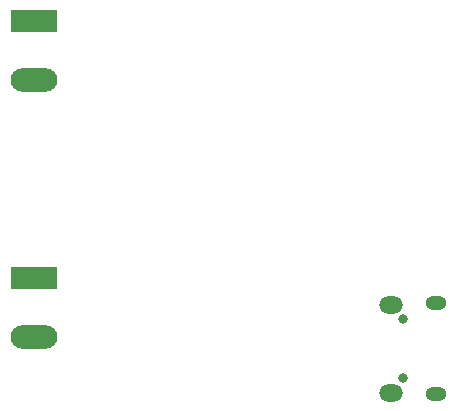
<source format=gbr>
%TF.GenerationSoftware,KiCad,Pcbnew,8.0.7*%
%TF.CreationDate,2025-02-14T15:53:52+00:00*%
%TF.ProjectId,FYP_Motor_R2,4659505f-4d6f-4746-9f72-5f52322e6b69,rev?*%
%TF.SameCoordinates,Original*%
%TF.FileFunction,Soldermask,Bot*%
%TF.FilePolarity,Negative*%
%FSLAX46Y46*%
G04 Gerber Fmt 4.6, Leading zero omitted, Abs format (unit mm)*
G04 Created by KiCad (PCBNEW 8.0.7) date 2025-02-14 15:53:52*
%MOMM*%
%LPD*%
G01*
G04 APERTURE LIST*
%ADD10O,0.800000X0.800000*%
%ADD11O,1.800000X1.150000*%
%ADD12O,2.000000X1.450000*%
%ADD13R,3.960000X1.980000*%
%ADD14O,3.960000X1.980000*%
G04 APERTURE END LIST*
D10*
%TO.C,J1*%
X123250000Y-90725000D03*
X123250000Y-85725000D03*
D11*
X126000000Y-92100000D03*
D12*
X122200000Y-91950000D03*
X122200000Y-84500000D03*
D11*
X126000000Y-84350000D03*
%TD*%
D13*
%TO.C,J3*%
X92000000Y-82235000D03*
D14*
X92000000Y-87235000D03*
%TD*%
D13*
%TO.C,J2*%
X92000000Y-60500000D03*
D14*
X92000000Y-65500000D03*
%TD*%
M02*

</source>
